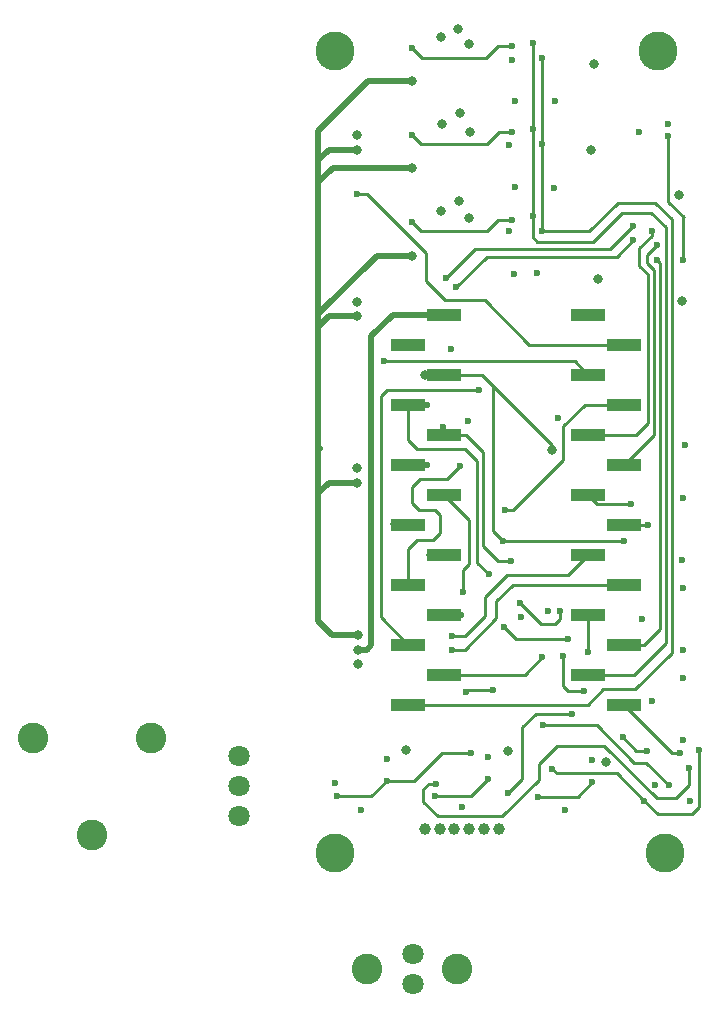
<source format=gbl>
G04 Layer_Physical_Order=2*
G04 Layer_Color=16711680*
%FSLAX25Y25*%
%MOIN*%
G70*
G01*
G75*
%ADD30C,0.01000*%
%ADD31C,0.01968*%
%ADD32C,0.03937*%
%ADD33C,0.10236*%
%ADD34C,0.13000*%
%ADD35C,0.02362*%
%ADD36C,0.03150*%
%ADD37C,0.07087*%
%ADD38R,0.11811X0.03937*%
%ADD39C,0.01575*%
D30*
X614000Y137500D02*
X635400D01*
X609200Y142300D02*
X614000Y137500D01*
X609200Y142300D02*
Y146500D01*
X611100Y148400D01*
X613500D01*
X615500Y158800D02*
X625000D01*
X606141Y149441D02*
X615500Y158800D01*
X597000Y149441D02*
X606141D01*
X624100Y179700D02*
X632600D01*
X623500Y179100D02*
X624100Y179700D01*
X616000Y244800D02*
X624500Y236300D01*
Y221700D02*
Y236300D01*
X622400Y219600D02*
X624500Y221700D01*
X622400Y212400D02*
Y219600D01*
X673700Y151900D02*
X682800Y142800D01*
X687400Y138200D01*
X687000Y143500D02*
X693500D01*
X669400Y161100D02*
X687000Y143500D01*
X653900Y161100D02*
X669400D01*
X693500Y143500D02*
X697900Y147900D01*
Y153500D01*
X647700Y154900D02*
X653900Y161100D01*
X647700Y149800D02*
Y154900D01*
X635400Y137500D02*
X647700Y149800D01*
X679600Y155400D02*
X683600D01*
X667000Y168000D02*
X679600Y155400D01*
X649100Y168000D02*
X667000D01*
X680300Y159400D02*
X683700D01*
X675800Y163900D02*
X680300Y159400D01*
X642300Y167200D02*
X646700Y171600D01*
X658800D01*
X642300Y149988D02*
Y167200D01*
X683600Y155400D02*
X691000Y148000D01*
X676000Y174800D02*
X692000Y158800D01*
X694900D01*
X692000Y192100D02*
Y336500D01*
X679800Y179900D02*
X692000Y192100D01*
X669300Y179900D02*
X679800D01*
X664200Y174800D02*
X669300Y179900D01*
X604189Y174800D02*
X664200D01*
X655700Y180900D02*
X657400Y179200D01*
X662700D01*
X652300Y153400D02*
X653800Y151900D01*
X673700D01*
X701300Y140600D02*
Y159600D01*
X687400Y138200D02*
X698900D01*
X701300Y140600D01*
X667189Y241800D02*
X678400D01*
X664189Y244800D02*
X667189Y241800D01*
X616400Y309600D02*
X629800D01*
X610100Y315900D02*
X616400Y309600D01*
X610100Y315900D02*
Y325300D01*
X683800Y324600D02*
X687100Y327900D01*
X683800Y321900D02*
Y324600D01*
Y321900D02*
X686000Y319700D01*
Y264800D02*
Y319700D01*
X685500Y331100D02*
Y332500D01*
X681300Y326900D02*
X685500Y331100D01*
X681300Y321100D02*
Y326900D01*
Y321100D02*
X684000Y318400D01*
Y268700D02*
Y318400D01*
X685200Y338800D02*
X690000Y334000D01*
Y195200D02*
Y334000D01*
X680100Y264800D02*
X684000Y268700D01*
X664189Y264800D02*
X680100D01*
X687000Y323100D02*
X688000Y322100D01*
X679600Y184800D02*
X690000Y195200D01*
X686500Y342000D02*
X692000Y336500D01*
X676000Y254800D02*
X686000Y264800D01*
X695900Y323100D02*
Y337000D01*
X696100Y337200D01*
X690900Y342400D02*
X696100Y337200D01*
X688000Y199900D02*
Y322100D01*
X682900Y194800D02*
X688000Y199900D01*
X580400Y144400D02*
X580600Y144200D01*
X591759D01*
X634200Y336400D02*
X638900D01*
X630600Y332800D02*
X634200Y336400D01*
X608500Y332800D02*
X630600D01*
X605500Y335800D02*
X608500Y332800D01*
X634200Y394300D02*
X638700D01*
X630100Y390200D02*
X634200Y394300D01*
X634400Y365600D02*
X638800D01*
X630600Y361800D02*
X634400Y365600D01*
X608500Y361800D02*
X630600D01*
X605500Y364800D02*
X608500Y361800D01*
X608800Y390200D02*
X630100D01*
X605500Y393500D02*
X608800Y390200D01*
X654800Y203400D02*
Y206000D01*
X653100Y201700D02*
X654800Y203400D01*
X648500Y201700D02*
X653100D01*
X616000Y264800D02*
X623600D01*
X655700Y180900D02*
Y190900D01*
X643000Y184800D02*
X648900Y190700D01*
X616000Y184800D02*
X643000D01*
X639248Y239700D02*
X655800Y256252D01*
X595019Y203970D02*
X604189Y194800D01*
X652300Y259500D02*
Y261400D01*
X616000Y284800D02*
X628900D01*
X629800Y309600D02*
X644600Y294800D01*
X676000D01*
X596300Y289400D02*
X596381Y289319D01*
X659670D01*
X664189Y284800D01*
X655800Y256252D02*
Y267508D01*
X663092Y274800D01*
X676000D01*
Y194800D02*
X682900D01*
X664189Y184800D02*
X679600D01*
X648913Y361500D02*
Y390300D01*
X645669Y366600D02*
Y395400D01*
X587122Y344858D02*
X590543D01*
X610100Y325300D01*
X637500Y145188D02*
X642300Y149988D01*
X690900Y364400D02*
X690902Y364398D01*
X657389Y218000D02*
X664189Y224800D01*
X641500Y208700D02*
X648500Y201700D01*
X618800Y197600D02*
X623100D01*
X629700Y204200D01*
Y210700D01*
X637000Y218000D01*
X657389D01*
X618700Y193100D02*
X623100D01*
X633500Y203500D01*
Y209200D01*
X639100Y214800D01*
X676000D01*
X636600Y239700D02*
X639248D01*
X676000Y234800D02*
X684100D01*
X604189Y214800D02*
Y226789D01*
X607200Y229800D01*
X612600D01*
X607800Y239800D02*
X613000D01*
X608000Y249900D02*
X617100D01*
X621600Y254400D01*
X605500Y242100D02*
X607800Y239800D01*
X605500Y242100D02*
Y247400D01*
X608000Y249900D01*
X612600Y229800D02*
X614800Y232000D01*
Y238000D01*
X613000Y239800D02*
X614800Y238000D01*
X673900Y324100D02*
X679300Y329500D01*
X630400Y324100D02*
X673900D01*
X671600Y326700D02*
X679300Y334400D01*
X626500Y326700D02*
X671600D01*
X648913Y332500D02*
Y361500D01*
X645669Y337600D02*
Y366600D01*
X648913Y332500D02*
X664600D01*
X674100Y342000D01*
X686500D01*
X675400Y338800D02*
X685200D01*
X665700Y329100D02*
X675400Y338800D01*
X647200Y329100D02*
X665700D01*
X645669Y330631D02*
X647200Y329100D01*
X645669Y330631D02*
Y337600D01*
X690900Y342400D02*
Y364400D01*
X616800Y317000D02*
X626500Y326700D01*
X620300Y314000D02*
X630400Y324100D01*
X635900Y229300D02*
X676100D01*
X591759Y144200D02*
X597000Y149441D01*
X625159Y144300D02*
X630700Y149841D01*
X613300Y144300D02*
X625159D01*
X660759Y144100D02*
X665500Y148841D01*
X647600Y144100D02*
X660759D01*
X595019Y203970D02*
Y277719D01*
X597100Y279800D01*
X627700D01*
X632600Y232600D02*
X635900Y229300D01*
X632600Y232600D02*
Y281100D01*
X628900Y284800D02*
X632600Y281100D01*
X652300Y261400D01*
X634100Y222700D02*
X638500D01*
X629300Y227500D02*
X634100Y222700D01*
X629300Y227500D02*
Y259100D01*
X623600Y264800D02*
X629300Y259100D01*
X604189Y263111D02*
Y274800D01*
Y263111D02*
X607300Y260000D01*
X623200D01*
X627300Y255900D01*
Y222100D02*
Y255900D01*
Y222100D02*
X631000Y218400D01*
X636300Y200800D02*
X640300Y196800D01*
X657600D01*
X664189Y192400D02*
Y204800D01*
D31*
X574300Y245200D02*
X577721Y248621D01*
X574300Y300700D02*
X577800Y304200D01*
X587122D01*
X574300Y356200D02*
X577721Y359621D01*
X587122D01*
X577721Y248621D02*
X587300D01*
X574300Y245200D02*
Y260300D01*
Y300700D01*
Y202600D02*
Y245200D01*
Y202600D02*
X578858Y198043D01*
X587500D01*
Y193121D02*
X590421D01*
X599000Y304800D02*
X616000D01*
X593700Y324400D02*
X605500D01*
X574300Y305000D02*
X593700Y324400D01*
X574300Y300700D02*
Y305000D01*
X590421Y193121D02*
X591900Y194600D01*
Y297700D01*
X599000Y304800D01*
X579200Y353800D02*
X605500D01*
X574300Y348900D02*
X579200Y353800D01*
X574300Y305000D02*
Y348900D01*
Y356200D01*
X590900Y382500D02*
X605500D01*
X574300Y365900D02*
X590900Y382500D01*
X574300Y356200D02*
Y365900D01*
D32*
X619579Y133300D02*
D03*
X629421D02*
D03*
X609736D02*
D03*
X624500D02*
D03*
X634342D02*
D03*
X614657D02*
D03*
D33*
X498675Y131230D02*
D03*
X518360Y163710D02*
D03*
X478990D02*
D03*
X620472Y86614D02*
D03*
X590551D02*
D03*
D34*
X579800Y392700D02*
D03*
X687500D02*
D03*
X579800Y125200D02*
D03*
X689800D02*
D03*
D35*
X625000Y158800D02*
D03*
X623500Y179100D02*
D03*
X632600Y179700D02*
D03*
X622400Y212400D02*
D03*
X635900Y229300D02*
D03*
X682800Y142800D02*
D03*
X686500Y148100D02*
D03*
X697900Y153500D02*
D03*
X675800Y163900D02*
D03*
X649100Y168000D02*
D03*
X658800Y171600D02*
D03*
X621900Y204800D02*
D03*
X694900Y158800D02*
D03*
X662700Y179200D02*
D03*
X683700Y159400D02*
D03*
X691000Y148000D02*
D03*
X701300Y159600D02*
D03*
X698200Y142700D02*
D03*
X687000Y323100D02*
D03*
X695900D02*
D03*
X687100Y327900D02*
D03*
X685500Y332500D02*
D03*
X580400Y144400D02*
D03*
X579800Y148500D02*
D03*
X588500Y139800D02*
D03*
X637500Y145188D02*
D03*
X605500Y335800D02*
D03*
X638900Y336400D02*
D03*
X605500Y364800D02*
D03*
X637900Y361400D02*
D03*
X638800Y365600D02*
D03*
X605500Y393500D02*
D03*
X638800Y389600D02*
D03*
X638700Y394300D02*
D03*
X637800Y332500D02*
D03*
X684100Y234800D02*
D03*
X682000Y203400D02*
D03*
X641700Y203900D02*
D03*
X654800Y206000D02*
D03*
X641500Y208700D02*
D03*
X657600Y196800D02*
D03*
X665500Y148841D02*
D03*
X630700Y149841D02*
D03*
X648900Y190700D02*
D03*
X655700Y190900D02*
D03*
X685400Y175900D02*
D03*
X695800Y162900D02*
D03*
Y183600D02*
D03*
X695700Y193100D02*
D03*
Y213700D02*
D03*
Y243600D02*
D03*
X695600Y223000D02*
D03*
X650800Y206100D02*
D03*
X636600Y239700D02*
D03*
X621600Y254400D02*
D03*
X627700Y279800D02*
D03*
X681000Y365500D02*
D03*
X587122Y344858D02*
D03*
X610472Y254728D02*
D03*
X624200Y269300D02*
D03*
X615900Y267300D02*
D03*
X639700Y347300D02*
D03*
X639600Y318200D02*
D03*
X647300Y318600D02*
D03*
X639700Y376100D02*
D03*
X597000Y149441D02*
D03*
Y156700D02*
D03*
X630700Y157200D02*
D03*
X665600Y156200D02*
D03*
X596300Y289400D02*
D03*
X618600Y293300D02*
D03*
X654100Y270200D02*
D03*
X648913Y361500D02*
D03*
Y390300D02*
D03*
X645669Y395400D02*
D03*
Y366600D02*
D03*
X652841Y347100D02*
D03*
X690900Y364400D02*
D03*
Y368400D02*
D03*
X618800Y197600D02*
D03*
X618700Y193100D02*
D03*
X638500Y222700D02*
D03*
X696402Y261278D02*
D03*
X616800Y317000D02*
D03*
X620300Y314000D02*
D03*
X679300Y329500D02*
D03*
Y334400D02*
D03*
X648913Y332500D02*
D03*
X645669Y337600D02*
D03*
X653000Y376000D02*
D03*
X676100Y229300D02*
D03*
X613300Y144300D02*
D03*
X613500Y148400D02*
D03*
X647600Y144100D02*
D03*
X652300Y153400D02*
D03*
X622000Y140600D02*
D03*
X656600Y139800D02*
D03*
X610500Y274800D02*
D03*
X631000Y218400D02*
D03*
X636300Y200800D02*
D03*
X664189Y192400D02*
D03*
X678400Y241800D02*
D03*
D36*
X670300Y155600D02*
D03*
X615000Y339400D02*
D03*
X621200Y342700D02*
D03*
X621600Y372100D02*
D03*
X620800Y400100D02*
D03*
X624500Y336900D02*
D03*
X587122Y359621D02*
D03*
Y364543D02*
D03*
X587122Y309121D02*
D03*
Y304200D02*
D03*
X587300Y253542D02*
D03*
Y248621D02*
D03*
X587500Y198043D02*
D03*
Y193121D02*
D03*
Y188200D02*
D03*
X615500Y368300D02*
D03*
X624700Y365700D02*
D03*
X615100Y397300D02*
D03*
X624400Y394900D02*
D03*
X637500Y159400D02*
D03*
X603600Y159600D02*
D03*
X605500Y324400D02*
D03*
Y353800D02*
D03*
Y382500D02*
D03*
X652300Y259500D02*
D03*
X609800Y284700D02*
D03*
X667500Y316600D02*
D03*
X665100Y359500D02*
D03*
X694600Y344600D02*
D03*
X695600Y309400D02*
D03*
X599900Y234900D02*
D03*
X611700Y224700D02*
D03*
X666100Y388200D02*
D03*
D37*
X547932Y157529D02*
D03*
Y147529D02*
D03*
Y137529D02*
D03*
X605862Y91614D02*
D03*
Y81614D02*
D03*
D38*
X664189Y304800D02*
D03*
X676000Y174800D02*
D03*
Y194800D02*
D03*
X664189Y184800D02*
D03*
Y204800D02*
D03*
X676000Y214800D02*
D03*
Y294800D02*
D03*
X664189Y284800D02*
D03*
Y264800D02*
D03*
X676000Y274800D02*
D03*
Y234800D02*
D03*
X664189Y224800D02*
D03*
Y244800D02*
D03*
X676000Y254800D02*
D03*
X616000Y304800D02*
D03*
Y264800D02*
D03*
X604189Y254800D02*
D03*
Y234800D02*
D03*
X616000Y244800D02*
D03*
Y284800D02*
D03*
X604189Y274800D02*
D03*
Y294800D02*
D03*
X616000Y224800D02*
D03*
X604189Y214800D02*
D03*
Y194800D02*
D03*
X616000Y204800D02*
D03*
Y184800D02*
D03*
X604189Y174800D02*
D03*
D39*
X574300Y260300D02*
X574659D01*
M02*

</source>
